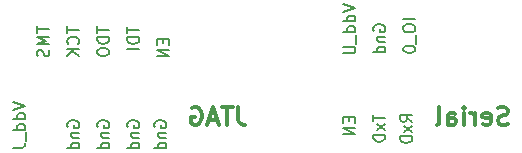
<source format=gbr>
%TF.GenerationSoftware,KiCad,Pcbnew,(6.0.0)*%
%TF.CreationDate,2022-01-24T17:46:17-05:00*%
%TF.ProjectId,esp32 breakout2,65737033-3220-4627-9265-616b6f757432,rev?*%
%TF.SameCoordinates,Original*%
%TF.FileFunction,Legend,Bot*%
%TF.FilePolarity,Positive*%
%FSLAX46Y46*%
G04 Gerber Fmt 4.6, Leading zero omitted, Abs format (unit mm)*
G04 Created by KiCad (PCBNEW (6.0.0)) date 2022-01-24 17:46:17*
%MOMM*%
%LPD*%
G01*
G04 APERTURE LIST*
%ADD10C,0.150000*%
%ADD11C,0.300000*%
G04 APERTURE END LIST*
D10*
X166838380Y-106061142D02*
X167838380Y-106394476D01*
X166838380Y-106727809D01*
X167838380Y-107489714D02*
X166838380Y-107489714D01*
X167790761Y-107489714D02*
X167838380Y-107394476D01*
X167838380Y-107204000D01*
X167790761Y-107108761D01*
X167743142Y-107061142D01*
X167647904Y-107013523D01*
X167362190Y-107013523D01*
X167266952Y-107061142D01*
X167219333Y-107108761D01*
X167171714Y-107204000D01*
X167171714Y-107394476D01*
X167219333Y-107489714D01*
X167838380Y-108394476D02*
X166838380Y-108394476D01*
X167790761Y-108394476D02*
X167838380Y-108299238D01*
X167838380Y-108108761D01*
X167790761Y-108013523D01*
X167743142Y-107965904D01*
X167647904Y-107918285D01*
X167362190Y-107918285D01*
X167266952Y-107965904D01*
X167219333Y-108013523D01*
X167171714Y-108108761D01*
X167171714Y-108299238D01*
X167219333Y-108394476D01*
X167933619Y-108632571D02*
X167933619Y-109394476D01*
X166838380Y-109632571D02*
X167647904Y-109632571D01*
X167743142Y-109680190D01*
X167790761Y-109727809D01*
X167838380Y-109823047D01*
X167838380Y-110013523D01*
X167790761Y-110108761D01*
X167743142Y-110156380D01*
X167647904Y-110204000D01*
X166838380Y-110204000D01*
X172918380Y-107331047D02*
X171918380Y-107331047D01*
X171918380Y-107997714D02*
X171918380Y-108188190D01*
X171966000Y-108283428D01*
X172061238Y-108378666D01*
X172251714Y-108426285D01*
X172585047Y-108426285D01*
X172775523Y-108378666D01*
X172870761Y-108283428D01*
X172918380Y-108188190D01*
X172918380Y-107997714D01*
X172870761Y-107902476D01*
X172775523Y-107807238D01*
X172585047Y-107759619D01*
X172251714Y-107759619D01*
X172061238Y-107807238D01*
X171966000Y-107902476D01*
X171918380Y-107997714D01*
X173013619Y-108616761D02*
X173013619Y-109378666D01*
X171918380Y-109807238D02*
X171918380Y-109902476D01*
X171966000Y-109997714D01*
X172013619Y-110045333D01*
X172108857Y-110092952D01*
X172299333Y-110140571D01*
X172537428Y-110140571D01*
X172727904Y-110092952D01*
X172823142Y-110045333D01*
X172870761Y-109997714D01*
X172918380Y-109902476D01*
X172918380Y-109807238D01*
X172870761Y-109712000D01*
X172823142Y-109664380D01*
X172727904Y-109616761D01*
X172537428Y-109569142D01*
X172299333Y-109569142D01*
X172108857Y-109616761D01*
X172013619Y-109664380D01*
X171966000Y-109712000D01*
X171918380Y-109807238D01*
X143518000Y-116451142D02*
X143470380Y-116355904D01*
X143470380Y-116213047D01*
X143518000Y-116070190D01*
X143613238Y-115974952D01*
X143708476Y-115927333D01*
X143898952Y-115879714D01*
X144041809Y-115879714D01*
X144232285Y-115927333D01*
X144327523Y-115974952D01*
X144422761Y-116070190D01*
X144470380Y-116213047D01*
X144470380Y-116308285D01*
X144422761Y-116451142D01*
X144375142Y-116498761D01*
X144041809Y-116498761D01*
X144041809Y-116308285D01*
X143803714Y-116927333D02*
X144470380Y-116927333D01*
X143898952Y-116927333D02*
X143851333Y-116974952D01*
X143803714Y-117070190D01*
X143803714Y-117213047D01*
X143851333Y-117308285D01*
X143946571Y-117355904D01*
X144470380Y-117355904D01*
X144470380Y-118260666D02*
X143470380Y-118260666D01*
X144422761Y-118260666D02*
X144470380Y-118165428D01*
X144470380Y-117974952D01*
X144422761Y-117879714D01*
X144375142Y-117832095D01*
X144279904Y-117784476D01*
X143994190Y-117784476D01*
X143898952Y-117832095D01*
X143851333Y-117879714D01*
X143803714Y-117974952D01*
X143803714Y-118165428D01*
X143851333Y-118260666D01*
X169426000Y-108323142D02*
X169378380Y-108227904D01*
X169378380Y-108085047D01*
X169426000Y-107942190D01*
X169521238Y-107846952D01*
X169616476Y-107799333D01*
X169806952Y-107751714D01*
X169949809Y-107751714D01*
X170140285Y-107799333D01*
X170235523Y-107846952D01*
X170330761Y-107942190D01*
X170378380Y-108085047D01*
X170378380Y-108180285D01*
X170330761Y-108323142D01*
X170283142Y-108370761D01*
X169949809Y-108370761D01*
X169949809Y-108180285D01*
X169711714Y-108799333D02*
X170378380Y-108799333D01*
X169806952Y-108799333D02*
X169759333Y-108846952D01*
X169711714Y-108942190D01*
X169711714Y-109085047D01*
X169759333Y-109180285D01*
X169854571Y-109227904D01*
X170378380Y-109227904D01*
X170378380Y-110132666D02*
X169378380Y-110132666D01*
X170330761Y-110132666D02*
X170378380Y-110037428D01*
X170378380Y-109846952D01*
X170330761Y-109751714D01*
X170283142Y-109704095D01*
X170187904Y-109656476D01*
X169902190Y-109656476D01*
X169806952Y-109704095D01*
X169759333Y-109751714D01*
X169711714Y-109846952D01*
X169711714Y-110037428D01*
X169759333Y-110132666D01*
X143470380Y-107934285D02*
X143470380Y-108505714D01*
X144470380Y-108220000D02*
X143470380Y-108220000D01*
X144375142Y-109410476D02*
X144422761Y-109362857D01*
X144470380Y-109220000D01*
X144470380Y-109124761D01*
X144422761Y-108981904D01*
X144327523Y-108886666D01*
X144232285Y-108839047D01*
X144041809Y-108791428D01*
X143898952Y-108791428D01*
X143708476Y-108839047D01*
X143613238Y-108886666D01*
X143518000Y-108981904D01*
X143470380Y-109124761D01*
X143470380Y-109220000D01*
X143518000Y-109362857D01*
X143565619Y-109410476D01*
X144470380Y-109839047D02*
X143470380Y-109839047D01*
X144470380Y-110410476D02*
X143898952Y-109981904D01*
X143470380Y-110410476D02*
X144041809Y-109839047D01*
X151566571Y-108989904D02*
X151566571Y-109323238D01*
X152090380Y-109466095D02*
X152090380Y-108989904D01*
X151090380Y-108989904D01*
X151090380Y-109466095D01*
X152090380Y-109894666D02*
X151090380Y-109894666D01*
X152090380Y-110466095D01*
X151090380Y-110466095D01*
X146058000Y-116451142D02*
X146010380Y-116355904D01*
X146010380Y-116213047D01*
X146058000Y-116070190D01*
X146153238Y-115974952D01*
X146248476Y-115927333D01*
X146438952Y-115879714D01*
X146581809Y-115879714D01*
X146772285Y-115927333D01*
X146867523Y-115974952D01*
X146962761Y-116070190D01*
X147010380Y-116213047D01*
X147010380Y-116308285D01*
X146962761Y-116451142D01*
X146915142Y-116498761D01*
X146581809Y-116498761D01*
X146581809Y-116308285D01*
X146343714Y-116927333D02*
X147010380Y-116927333D01*
X146438952Y-116927333D02*
X146391333Y-116974952D01*
X146343714Y-117070190D01*
X146343714Y-117213047D01*
X146391333Y-117308285D01*
X146486571Y-117355904D01*
X147010380Y-117355904D01*
X147010380Y-118260666D02*
X146010380Y-118260666D01*
X146962761Y-118260666D02*
X147010380Y-118165428D01*
X147010380Y-117974952D01*
X146962761Y-117879714D01*
X146915142Y-117832095D01*
X146819904Y-117784476D01*
X146534190Y-117784476D01*
X146438952Y-117832095D01*
X146391333Y-117879714D01*
X146343714Y-117974952D01*
X146343714Y-118165428D01*
X146391333Y-118260666D01*
X140930380Y-107886666D02*
X140930380Y-108458095D01*
X141930380Y-108172380D02*
X140930380Y-108172380D01*
X141930380Y-108791428D02*
X140930380Y-108791428D01*
X141644666Y-109124761D01*
X140930380Y-109458095D01*
X141930380Y-109458095D01*
X141882761Y-109886666D02*
X141930380Y-110029523D01*
X141930380Y-110267619D01*
X141882761Y-110362857D01*
X141835142Y-110410476D01*
X141739904Y-110458095D01*
X141644666Y-110458095D01*
X141549428Y-110410476D01*
X141501809Y-110362857D01*
X141454190Y-110267619D01*
X141406571Y-110077142D01*
X141358952Y-109981904D01*
X141311333Y-109934285D01*
X141216095Y-109886666D01*
X141120857Y-109886666D01*
X141025619Y-109934285D01*
X140978000Y-109981904D01*
X140930380Y-110077142D01*
X140930380Y-110315238D01*
X140978000Y-110458095D01*
X172664380Y-115990761D02*
X172188190Y-115657428D01*
X172664380Y-115419333D02*
X171664380Y-115419333D01*
X171664380Y-115800285D01*
X171712000Y-115895523D01*
X171759619Y-115943142D01*
X171854857Y-115990761D01*
X171997714Y-115990761D01*
X172092952Y-115943142D01*
X172140571Y-115895523D01*
X172188190Y-115800285D01*
X172188190Y-115419333D01*
X172664380Y-116324095D02*
X171997714Y-116847904D01*
X171997714Y-116324095D02*
X172664380Y-116847904D01*
X172664380Y-117228857D02*
X171664380Y-117228857D01*
X171664380Y-117466952D01*
X171712000Y-117609809D01*
X171807238Y-117705047D01*
X171902476Y-117752666D01*
X172092952Y-117800285D01*
X172235809Y-117800285D01*
X172426285Y-117752666D01*
X172521523Y-117705047D01*
X172616761Y-117609809D01*
X172664380Y-117466952D01*
X172664380Y-117228857D01*
X150884000Y-116451142D02*
X150836380Y-116355904D01*
X150836380Y-116213047D01*
X150884000Y-116070190D01*
X150979238Y-115974952D01*
X151074476Y-115927333D01*
X151264952Y-115879714D01*
X151407809Y-115879714D01*
X151598285Y-115927333D01*
X151693523Y-115974952D01*
X151788761Y-116070190D01*
X151836380Y-116213047D01*
X151836380Y-116308285D01*
X151788761Y-116451142D01*
X151741142Y-116498761D01*
X151407809Y-116498761D01*
X151407809Y-116308285D01*
X151169714Y-116927333D02*
X151836380Y-116927333D01*
X151264952Y-116927333D02*
X151217333Y-116974952D01*
X151169714Y-117070190D01*
X151169714Y-117213047D01*
X151217333Y-117308285D01*
X151312571Y-117355904D01*
X151836380Y-117355904D01*
X151836380Y-118260666D02*
X150836380Y-118260666D01*
X151788761Y-118260666D02*
X151836380Y-118165428D01*
X151836380Y-117974952D01*
X151788761Y-117879714D01*
X151741142Y-117832095D01*
X151645904Y-117784476D01*
X151360190Y-117784476D01*
X151264952Y-117832095D01*
X151217333Y-117879714D01*
X151169714Y-117974952D01*
X151169714Y-118165428D01*
X151217333Y-118260666D01*
X146010380Y-107910476D02*
X146010380Y-108481904D01*
X147010380Y-108196190D02*
X146010380Y-108196190D01*
X147010380Y-108815238D02*
X146010380Y-108815238D01*
X146010380Y-109053333D01*
X146058000Y-109196190D01*
X146153238Y-109291428D01*
X146248476Y-109339047D01*
X146438952Y-109386666D01*
X146581809Y-109386666D01*
X146772285Y-109339047D01*
X146867523Y-109291428D01*
X146962761Y-109196190D01*
X147010380Y-109053333D01*
X147010380Y-108815238D01*
X146010380Y-110005714D02*
X146010380Y-110196190D01*
X146058000Y-110291428D01*
X146153238Y-110386666D01*
X146343714Y-110434285D01*
X146677047Y-110434285D01*
X146867523Y-110386666D01*
X146962761Y-110291428D01*
X147010380Y-110196190D01*
X147010380Y-110005714D01*
X146962761Y-109910476D01*
X146867523Y-109815238D01*
X146677047Y-109767619D01*
X146343714Y-109767619D01*
X146153238Y-109815238D01*
X146058000Y-109910476D01*
X146010380Y-110005714D01*
X138898380Y-114332000D02*
X139898380Y-114665333D01*
X138898380Y-114998666D01*
X139898380Y-115760571D02*
X138898380Y-115760571D01*
X139850761Y-115760571D02*
X139898380Y-115665333D01*
X139898380Y-115474857D01*
X139850761Y-115379619D01*
X139803142Y-115332000D01*
X139707904Y-115284380D01*
X139422190Y-115284380D01*
X139326952Y-115332000D01*
X139279333Y-115379619D01*
X139231714Y-115474857D01*
X139231714Y-115665333D01*
X139279333Y-115760571D01*
X139898380Y-116665333D02*
X138898380Y-116665333D01*
X139850761Y-116665333D02*
X139898380Y-116570095D01*
X139898380Y-116379619D01*
X139850761Y-116284380D01*
X139803142Y-116236761D01*
X139707904Y-116189142D01*
X139422190Y-116189142D01*
X139326952Y-116236761D01*
X139279333Y-116284380D01*
X139231714Y-116379619D01*
X139231714Y-116570095D01*
X139279333Y-116665333D01*
X139993619Y-116903428D02*
X139993619Y-117665333D01*
X138898380Y-118189142D02*
X139612666Y-118189142D01*
X139755523Y-118141523D01*
X139850761Y-118046285D01*
X139898380Y-117903428D01*
X139898380Y-117808190D01*
D11*
X180764285Y-116177142D02*
X180550000Y-116248571D01*
X180192857Y-116248571D01*
X180050000Y-116177142D01*
X179978571Y-116105714D01*
X179907142Y-115962857D01*
X179907142Y-115820000D01*
X179978571Y-115677142D01*
X180050000Y-115605714D01*
X180192857Y-115534285D01*
X180478571Y-115462857D01*
X180621428Y-115391428D01*
X180692857Y-115320000D01*
X180764285Y-115177142D01*
X180764285Y-115034285D01*
X180692857Y-114891428D01*
X180621428Y-114820000D01*
X180478571Y-114748571D01*
X180121428Y-114748571D01*
X179907142Y-114820000D01*
X178692857Y-116177142D02*
X178835714Y-116248571D01*
X179121428Y-116248571D01*
X179264285Y-116177142D01*
X179335714Y-116034285D01*
X179335714Y-115462857D01*
X179264285Y-115320000D01*
X179121428Y-115248571D01*
X178835714Y-115248571D01*
X178692857Y-115320000D01*
X178621428Y-115462857D01*
X178621428Y-115605714D01*
X179335714Y-115748571D01*
X177978571Y-116248571D02*
X177978571Y-115248571D01*
X177978571Y-115534285D02*
X177907142Y-115391428D01*
X177835714Y-115320000D01*
X177692857Y-115248571D01*
X177550000Y-115248571D01*
X177050000Y-116248571D02*
X177050000Y-115248571D01*
X177050000Y-114748571D02*
X177121428Y-114820000D01*
X177050000Y-114891428D01*
X176978571Y-114820000D01*
X177050000Y-114748571D01*
X177050000Y-114891428D01*
X175692857Y-116248571D02*
X175692857Y-115462857D01*
X175764285Y-115320000D01*
X175907142Y-115248571D01*
X176192857Y-115248571D01*
X176335714Y-115320000D01*
X175692857Y-116177142D02*
X175835714Y-116248571D01*
X176192857Y-116248571D01*
X176335714Y-116177142D01*
X176407142Y-116034285D01*
X176407142Y-115891428D01*
X176335714Y-115748571D01*
X176192857Y-115677142D01*
X175835714Y-115677142D01*
X175692857Y-115605714D01*
X174764285Y-116248571D02*
X174907142Y-116177142D01*
X174978571Y-116034285D01*
X174978571Y-114748571D01*
D10*
X167314571Y-115593904D02*
X167314571Y-115927238D01*
X167838380Y-116070095D02*
X167838380Y-115593904D01*
X166838380Y-115593904D01*
X166838380Y-116070095D01*
X167838380Y-116498666D02*
X166838380Y-116498666D01*
X167838380Y-117070095D01*
X166838380Y-117070095D01*
D11*
X157960000Y-114748571D02*
X157960000Y-115820000D01*
X158031428Y-116034285D01*
X158174285Y-116177142D01*
X158388571Y-116248571D01*
X158531428Y-116248571D01*
X157460000Y-114748571D02*
X156602857Y-114748571D01*
X157031428Y-116248571D02*
X157031428Y-114748571D01*
X156174285Y-115820000D02*
X155460000Y-115820000D01*
X156317142Y-116248571D02*
X155817142Y-114748571D01*
X155317142Y-116248571D01*
X154031428Y-114820000D02*
X154174285Y-114748571D01*
X154388571Y-114748571D01*
X154602857Y-114820000D01*
X154745714Y-114962857D01*
X154817142Y-115105714D01*
X154888571Y-115391428D01*
X154888571Y-115605714D01*
X154817142Y-115891428D01*
X154745714Y-116034285D01*
X154602857Y-116177142D01*
X154388571Y-116248571D01*
X154245714Y-116248571D01*
X154031428Y-116177142D01*
X153960000Y-116105714D01*
X153960000Y-115605714D01*
X154245714Y-115605714D01*
D10*
X148598000Y-116451142D02*
X148550380Y-116355904D01*
X148550380Y-116213047D01*
X148598000Y-116070190D01*
X148693238Y-115974952D01*
X148788476Y-115927333D01*
X148978952Y-115879714D01*
X149121809Y-115879714D01*
X149312285Y-115927333D01*
X149407523Y-115974952D01*
X149502761Y-116070190D01*
X149550380Y-116213047D01*
X149550380Y-116308285D01*
X149502761Y-116451142D01*
X149455142Y-116498761D01*
X149121809Y-116498761D01*
X149121809Y-116308285D01*
X148883714Y-116927333D02*
X149550380Y-116927333D01*
X148978952Y-116927333D02*
X148931333Y-116974952D01*
X148883714Y-117070190D01*
X148883714Y-117213047D01*
X148931333Y-117308285D01*
X149026571Y-117355904D01*
X149550380Y-117355904D01*
X149550380Y-118260666D02*
X148550380Y-118260666D01*
X149502761Y-118260666D02*
X149550380Y-118165428D01*
X149550380Y-117974952D01*
X149502761Y-117879714D01*
X149455142Y-117832095D01*
X149359904Y-117784476D01*
X149074190Y-117784476D01*
X148978952Y-117832095D01*
X148931333Y-117879714D01*
X148883714Y-117974952D01*
X148883714Y-118165428D01*
X148931333Y-118260666D01*
X169378380Y-115395523D02*
X169378380Y-115966952D01*
X170378380Y-115681238D02*
X169378380Y-115681238D01*
X170378380Y-116205047D02*
X169711714Y-116728857D01*
X169711714Y-116205047D02*
X170378380Y-116728857D01*
X170378380Y-117109809D02*
X169378380Y-117109809D01*
X169378380Y-117347904D01*
X169426000Y-117490761D01*
X169521238Y-117586000D01*
X169616476Y-117633619D01*
X169806952Y-117681238D01*
X169949809Y-117681238D01*
X170140285Y-117633619D01*
X170235523Y-117586000D01*
X170330761Y-117490761D01*
X170378380Y-117347904D01*
X170378380Y-117109809D01*
X148550380Y-107942190D02*
X148550380Y-108513619D01*
X149550380Y-108227904D02*
X148550380Y-108227904D01*
X149550380Y-108846952D02*
X148550380Y-108846952D01*
X148550380Y-109085047D01*
X148598000Y-109227904D01*
X148693238Y-109323142D01*
X148788476Y-109370761D01*
X148978952Y-109418380D01*
X149121809Y-109418380D01*
X149312285Y-109370761D01*
X149407523Y-109323142D01*
X149502761Y-109227904D01*
X149550380Y-109085047D01*
X149550380Y-108846952D01*
X149550380Y-109846952D02*
X148550380Y-109846952D01*
M02*

</source>
